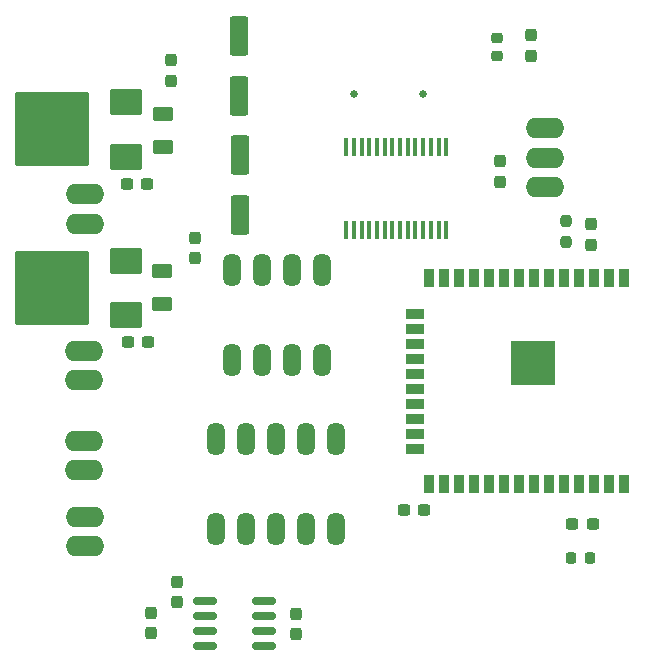
<source format=gbr>
%TF.GenerationSoftware,KiCad,Pcbnew,8.0.1*%
%TF.CreationDate,2024-07-17T12:18:50+09:00*%
%TF.ProjectId,Avi_73J_ParaBoard_v2,4176695f-3733-44a5-9f50-617261426f61,rev?*%
%TF.SameCoordinates,Original*%
%TF.FileFunction,Soldermask,Top*%
%TF.FilePolarity,Negative*%
%FSLAX46Y46*%
G04 Gerber Fmt 4.6, Leading zero omitted, Abs format (unit mm)*
G04 Created by KiCad (PCBNEW 8.0.1) date 2024-07-17 12:18:50*
%MOMM*%
%LPD*%
G01*
G04 APERTURE LIST*
G04 Aperture macros list*
%AMRoundRect*
0 Rectangle with rounded corners*
0 $1 Rounding radius*
0 $2 $3 $4 $5 $6 $7 $8 $9 X,Y pos of 4 corners*
0 Add a 4 corners polygon primitive as box body*
4,1,4,$2,$3,$4,$5,$6,$7,$8,$9,$2,$3,0*
0 Add four circle primitives for the rounded corners*
1,1,$1+$1,$2,$3*
1,1,$1+$1,$4,$5*
1,1,$1+$1,$6,$7*
1,1,$1+$1,$8,$9*
0 Add four rect primitives between the rounded corners*
20,1,$1+$1,$2,$3,$4,$5,0*
20,1,$1+$1,$4,$5,$6,$7,0*
20,1,$1+$1,$6,$7,$8,$9,0*
20,1,$1+$1,$8,$9,$2,$3,0*%
G04 Aperture macros list end*
%ADD10RoundRect,0.237500X0.300000X0.237500X-0.300000X0.237500X-0.300000X-0.237500X0.300000X-0.237500X0*%
%ADD11RoundRect,0.237500X-0.237500X0.300000X-0.237500X-0.300000X0.237500X-0.300000X0.237500X0.300000X0*%
%ADD12RoundRect,0.237500X-0.300000X-0.237500X0.300000X-0.237500X0.300000X0.237500X-0.300000X0.237500X0*%
%ADD13RoundRect,0.250000X0.625000X-0.375000X0.625000X0.375000X-0.625000X0.375000X-0.625000X-0.375000X0*%
%ADD14RoundRect,0.218750X-0.256250X0.218750X-0.256250X-0.218750X0.256250X-0.218750X0.256250X0.218750X0*%
%ADD15O,1.511200X2.819200*%
%ADD16RoundRect,0.101600X3.000000X-3.000000X3.000000X3.000000X-3.000000X3.000000X-3.000000X-3.000000X0*%
%ADD17RoundRect,0.101600X1.250000X-1.000000X1.250000X1.000000X-1.250000X1.000000X-1.250000X-1.000000X0*%
%ADD18O,3.251200X1.727200*%
%ADD19RoundRect,0.237500X-0.237500X0.250000X-0.237500X-0.250000X0.237500X-0.250000X0.237500X0.250000X0*%
%ADD20RoundRect,0.250000X0.550000X-1.412500X0.550000X1.412500X-0.550000X1.412500X-0.550000X-1.412500X0*%
%ADD21RoundRect,0.237500X0.237500X-0.300000X0.237500X0.300000X-0.237500X0.300000X-0.237500X-0.300000X0*%
%ADD22RoundRect,0.218750X0.218750X0.256250X-0.218750X0.256250X-0.218750X-0.256250X0.218750X-0.256250X0*%
%ADD23R,0.431800X1.511300*%
%ADD24R,0.900000X1.500000*%
%ADD25R,1.500000X0.900000*%
%ADD26C,0.600000*%
%ADD27R,3.800000X3.800000*%
%ADD28RoundRect,0.150000X0.825000X0.150000X-0.825000X0.150000X-0.825000X-0.150000X0.825000X-0.150000X0*%
%ADD29C,0.660400*%
G04 APERTURE END LIST*
D10*
%TO.C,R8*%
X173535000Y-115630000D03*
X171810000Y-115630000D03*
%TD*%
D11*
%TO.C,C4*%
X138300000Y-120487500D03*
X138300000Y-122212500D03*
%TD*%
D12*
%TO.C,R2*%
X157537500Y-114400000D03*
X159262500Y-114400000D03*
%TD*%
%TO.C,C11*%
X134187500Y-100200000D03*
X135912500Y-100200000D03*
%TD*%
D13*
%TO.C,D3*%
X137150000Y-83700000D03*
X137150000Y-80900000D03*
%TD*%
D11*
%TO.C,C9*%
X139900000Y-91387500D03*
X139900000Y-93112500D03*
%TD*%
D14*
%TO.C,D5*%
X165400000Y-74425000D03*
X165400000Y-76000000D03*
%TD*%
D12*
%TO.C,C8*%
X134062500Y-86850000D03*
X135787500Y-86850000D03*
%TD*%
D15*
%TO.C,LPS25HB-1*%
X143000000Y-101700000D03*
X145540000Y-101700000D03*
X148080000Y-101700000D03*
X150620000Y-101700000D03*
X150620000Y-94080000D03*
X148080000Y-94080000D03*
X145540000Y-94080000D03*
X143000000Y-94080000D03*
%TD*%
%TO.C,ICM-20602-1*%
X141675000Y-116050000D03*
X144215000Y-116050000D03*
X146755000Y-116050000D03*
X149295000Y-116050000D03*
X151835000Y-116050000D03*
X151835000Y-108430000D03*
X149295000Y-108430000D03*
X146755000Y-108430000D03*
X144215000Y-108430000D03*
X141675000Y-108430000D03*
%TD*%
D16*
%TO.C,NJM2391DL1-33-1*%
X127750000Y-82200000D03*
D17*
X134000000Y-84500000D03*
X134000000Y-79900000D03*
%TD*%
D16*
%TO.C,NJM2391DL1-05-1*%
X127750000Y-95600000D03*
D17*
X134000000Y-97900000D03*
X134000000Y-93300000D03*
%TD*%
D18*
%TO.C,ILG-2P4*%
X130475000Y-103450000D03*
X130475000Y-100950000D03*
%TD*%
D19*
%TO.C,R1*%
X171230000Y-89937500D03*
X171230000Y-91762500D03*
%TD*%
D20*
%TO.C,C10*%
X143700000Y-89475000D03*
X143700000Y-84400000D03*
%TD*%
D21*
%TO.C,C3*%
X165700000Y-86637500D03*
X165700000Y-84912500D03*
%TD*%
D18*
%TO.C,ILG-2P3*%
X130575000Y-90200000D03*
X130575000Y-87700000D03*
%TD*%
%TO.C,ILG-2P1*%
X130475000Y-111050000D03*
X130475000Y-108550000D03*
%TD*%
D22*
%TO.C,D2*%
X173287500Y-118500000D03*
X171712500Y-118500000D03*
%TD*%
D18*
%TO.C,ILG-3P1*%
X169475000Y-82100000D03*
X169475000Y-84600000D03*
X169475000Y-87100000D03*
%TD*%
D21*
%TO.C,R9*%
X136100000Y-124862500D03*
X136100000Y-123137500D03*
%TD*%
%TO.C,C1*%
X173400000Y-91952500D03*
X173400000Y-90227500D03*
%TD*%
D23*
%TO.C,U3*%
X152675000Y-90749650D03*
X153325001Y-90749650D03*
X153975000Y-90749650D03*
X154625001Y-90749650D03*
X155274999Y-90749650D03*
X155925001Y-90749650D03*
X156574999Y-90749650D03*
X157224998Y-90749650D03*
X157874999Y-90749650D03*
X158524998Y-90749650D03*
X159174999Y-90749650D03*
X159824998Y-90749650D03*
X160474999Y-90749650D03*
X161124998Y-90749650D03*
X161125000Y-83650350D03*
X160474999Y-83650350D03*
X159825000Y-83650350D03*
X159174999Y-83650350D03*
X158525001Y-83650350D03*
X157874999Y-83650350D03*
X157225001Y-83650350D03*
X156574999Y-83650350D03*
X155925001Y-83650350D03*
X155274999Y-83650350D03*
X154625001Y-83650350D03*
X153975000Y-83650350D03*
X153325001Y-83650350D03*
X152675000Y-83650350D03*
%TD*%
D11*
%TO.C,R10*%
X168300000Y-74225000D03*
X168300000Y-75950000D03*
%TD*%
D24*
%TO.C,U1*%
X176202500Y-94750000D03*
X174932500Y-94750000D03*
X173662500Y-94750000D03*
X172392500Y-94750000D03*
X171122500Y-94750000D03*
X169852500Y-94750000D03*
X168582500Y-94750000D03*
X167312500Y-94750000D03*
X166042500Y-94750000D03*
X164772500Y-94750000D03*
X163502500Y-94750000D03*
X162232500Y-94750000D03*
X160962500Y-94750000D03*
X159692500Y-94750000D03*
D25*
X158442500Y-97790000D03*
X158442500Y-99060000D03*
X158442500Y-100330000D03*
X158442500Y-101600000D03*
X158442500Y-102870000D03*
X158442500Y-104140000D03*
X158442500Y-105410000D03*
X158442500Y-106680000D03*
X158442500Y-107950000D03*
X158442500Y-109220000D03*
D24*
X159692500Y-112250000D03*
X160962500Y-112250000D03*
X162232500Y-112250000D03*
X163502500Y-112250000D03*
X164772500Y-112250000D03*
X166042500Y-112250000D03*
X167312500Y-112250000D03*
X168582500Y-112250000D03*
X169852500Y-112250000D03*
X171122500Y-112250000D03*
X172392500Y-112250000D03*
X173662500Y-112250000D03*
X174932500Y-112250000D03*
X176202500Y-112250000D03*
D26*
X169182500Y-100600000D03*
X167782500Y-100600000D03*
X169882500Y-101300000D03*
X168482500Y-101300000D03*
X167082500Y-101300000D03*
X169182500Y-101975000D03*
X167782500Y-101975000D03*
D27*
X168482500Y-102000000D03*
D26*
X169882500Y-102700000D03*
X168482500Y-102700000D03*
X167082500Y-102700000D03*
X169182500Y-103400000D03*
X167782500Y-103400000D03*
%TD*%
D20*
%TO.C,C7*%
X143550000Y-79337500D03*
X143550000Y-74262500D03*
%TD*%
D18*
%TO.C,ILG-2P2*%
X130525000Y-117500000D03*
X130525000Y-115000000D03*
%TD*%
D13*
%TO.C,D4*%
X137050000Y-97000000D03*
X137050000Y-94200000D03*
%TD*%
D21*
%TO.C,C5*%
X148400000Y-124962500D03*
X148400000Y-123237500D03*
%TD*%
%TO.C,C6*%
X137850000Y-78087500D03*
X137850000Y-76362500D03*
%TD*%
D28*
%TO.C,U2*%
X145675000Y-125905000D03*
X145675000Y-124635000D03*
X145675000Y-123365000D03*
X145675000Y-122095000D03*
X140725000Y-122095000D03*
X140725000Y-123365000D03*
X140725000Y-124635000D03*
X140725000Y-125905000D03*
%TD*%
D29*
%TO.C,J2*%
X153359999Y-79187800D03*
X159140001Y-79187800D03*
%TD*%
M02*

</source>
